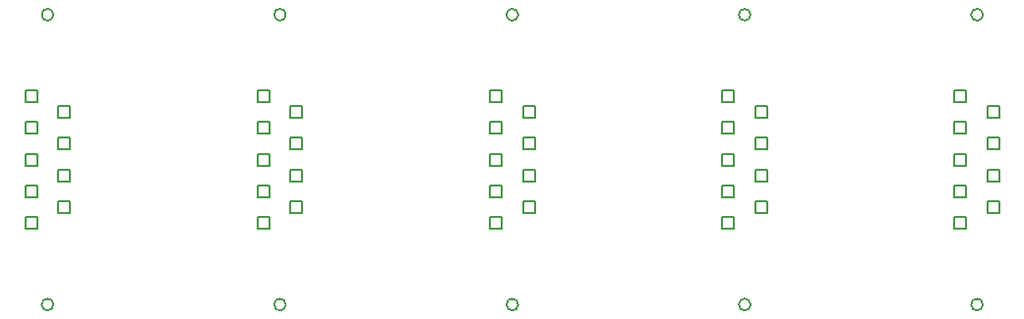
<source format=gbr>
%TF.GenerationSoftware,Altium Limited,Altium Designer,21.2.2 (38)*%
G04 Layer_Color=2752767*
%FSLAX45Y45*%
%MOMM*%
%TF.SameCoordinates,908A5498-0BB4-4271-8F68-DE63ACD0DB91*%
%TF.FilePolarity,Positive*%
%TF.FileFunction,Drawing*%
%TF.Part,Single*%
G01*
G75*
%TA.AperFunction,NonConductor*%
%ADD18C,0.12700*%
%ADD19C,0.16933*%
D18*
X8806960Y2497840D02*
Y2599440D01*
X8908560D01*
Y2497840D01*
X8806960D01*
Y2223520D02*
Y2325120D01*
X8908560D01*
Y2223520D01*
X8806960D01*
Y1949200D02*
Y2050800D01*
X8908560D01*
Y1949200D01*
X8806960D01*
Y1674880D02*
Y1776480D01*
X8908560D01*
Y1674880D01*
X8806960D01*
Y1400560D02*
Y1502160D01*
X8908560D01*
Y1400560D01*
X8806960D01*
X9091440Y2360680D02*
Y2462280D01*
X9193040D01*
Y2360680D01*
X9091440D01*
Y2086360D02*
Y2187960D01*
X9193040D01*
Y2086360D01*
X9091440D01*
Y1812040D02*
Y1913640D01*
X9193040D01*
Y1812040D01*
X9091440D01*
Y1537720D02*
Y1639320D01*
X9193040D01*
Y1537720D01*
X9091440D01*
X6806960Y2497840D02*
Y2599440D01*
X6908560D01*
Y2497840D01*
X6806960D01*
Y2223520D02*
Y2325120D01*
X6908560D01*
Y2223520D01*
X6806960D01*
Y1949200D02*
Y2050800D01*
X6908560D01*
Y1949200D01*
X6806960D01*
Y1674880D02*
Y1776480D01*
X6908560D01*
Y1674880D01*
X6806960D01*
Y1400560D02*
Y1502160D01*
X6908560D01*
Y1400560D01*
X6806960D01*
X7091440Y2360680D02*
Y2462280D01*
X7193040D01*
Y2360680D01*
X7091440D01*
Y2086360D02*
Y2187960D01*
X7193040D01*
Y2086360D01*
X7091440D01*
Y1812040D02*
Y1913640D01*
X7193040D01*
Y1812040D01*
X7091440D01*
Y1537720D02*
Y1639320D01*
X7193040D01*
Y1537720D01*
X7091440D01*
X4806960Y2497840D02*
Y2599440D01*
X4908560D01*
Y2497840D01*
X4806960D01*
Y2223520D02*
Y2325120D01*
X4908560D01*
Y2223520D01*
X4806960D01*
Y1949200D02*
Y2050800D01*
X4908560D01*
Y1949200D01*
X4806960D01*
Y1674880D02*
Y1776480D01*
X4908560D01*
Y1674880D01*
X4806960D01*
Y1400560D02*
Y1502160D01*
X4908560D01*
Y1400560D01*
X4806960D01*
X5091440Y2360680D02*
Y2462280D01*
X5193040D01*
Y2360680D01*
X5091440D01*
Y2086360D02*
Y2187960D01*
X5193040D01*
Y2086360D01*
X5091440D01*
Y1812040D02*
Y1913640D01*
X5193040D01*
Y1812040D01*
X5091440D01*
Y1537720D02*
Y1639320D01*
X5193040D01*
Y1537720D01*
X5091440D01*
X2806960Y2497840D02*
Y2599440D01*
X2908560D01*
Y2497840D01*
X2806960D01*
Y2223520D02*
Y2325120D01*
X2908560D01*
Y2223520D01*
X2806960D01*
Y1949200D02*
Y2050800D01*
X2908560D01*
Y1949200D01*
X2806960D01*
Y1674880D02*
Y1776480D01*
X2908560D01*
Y1674880D01*
X2806960D01*
Y1400560D02*
Y1502160D01*
X2908560D01*
Y1400560D01*
X2806960D01*
X3091440Y2360680D02*
Y2462280D01*
X3193040D01*
Y2360680D01*
X3091440D01*
Y2086360D02*
Y2187960D01*
X3193040D01*
Y2086360D01*
X3091440D01*
Y1812040D02*
Y1913640D01*
X3193040D01*
Y1812040D01*
X3091440D01*
Y1537720D02*
Y1639320D01*
X3193040D01*
Y1537720D01*
X3091440D01*
X806960Y2497840D02*
Y2599440D01*
X908560D01*
Y2497840D01*
X806960D01*
Y2223520D02*
Y2325120D01*
X908560D01*
Y2223520D01*
X806960D01*
Y1949200D02*
Y2050800D01*
X908560D01*
Y1949200D01*
X806960D01*
Y1674880D02*
Y1776480D01*
X908560D01*
Y1674880D01*
X806960D01*
Y1400560D02*
Y1502160D01*
X908560D01*
Y1400560D01*
X806960D01*
X1091440Y2360680D02*
Y2462280D01*
X1193040D01*
Y2360680D01*
X1091440D01*
Y2086360D02*
Y2187960D01*
X1193040D01*
Y2086360D01*
X1091440D01*
Y1812040D02*
Y1913640D01*
X1193040D01*
Y1812040D01*
X1091440D01*
Y1537720D02*
Y1639320D01*
X1193040D01*
Y1537720D01*
X1091440D01*
D19*
X9050800Y3249680D02*
G03*
X9050800Y3249680I-50800J0D01*
G01*
Y749680D02*
G03*
X9050800Y749680I-50800J0D01*
G01*
X7050800Y3249680D02*
G03*
X7050800Y3249680I-50800J0D01*
G01*
Y749680D02*
G03*
X7050800Y749680I-50800J0D01*
G01*
X5050800Y3249680D02*
G03*
X5050800Y3249680I-50800J0D01*
G01*
Y749680D02*
G03*
X5050800Y749680I-50800J0D01*
G01*
X3050800Y3249680D02*
G03*
X3050800Y3249680I-50800J0D01*
G01*
Y749680D02*
G03*
X3050800Y749680I-50800J0D01*
G01*
X1050800Y3249680D02*
G03*
X1050800Y3249680I-50800J0D01*
G01*
Y749680D02*
G03*
X1050800Y749680I-50800J0D01*
G01*
%TF.MD5,a1b7130e15dd51af749bc6fc162ac92b*%
M02*

</source>
